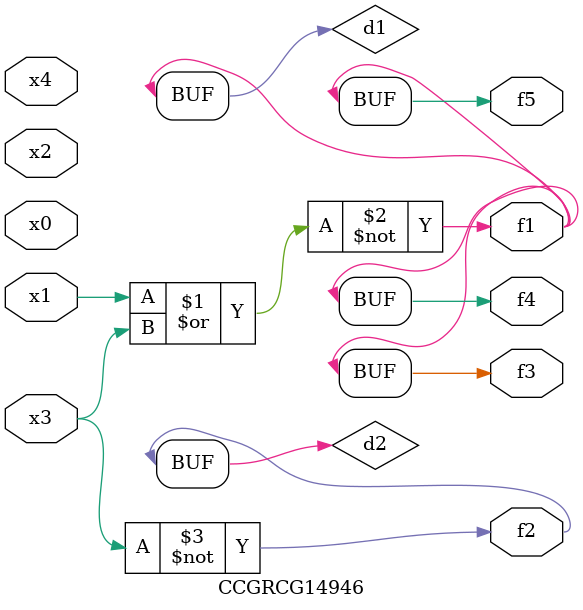
<source format=v>
module CCGRCG14946(
	input x0, x1, x2, x3, x4,
	output f1, f2, f3, f4, f5
);

	wire d1, d2;

	nor (d1, x1, x3);
	not (d2, x3);
	assign f1 = d1;
	assign f2 = d2;
	assign f3 = d1;
	assign f4 = d1;
	assign f5 = d1;
endmodule

</source>
